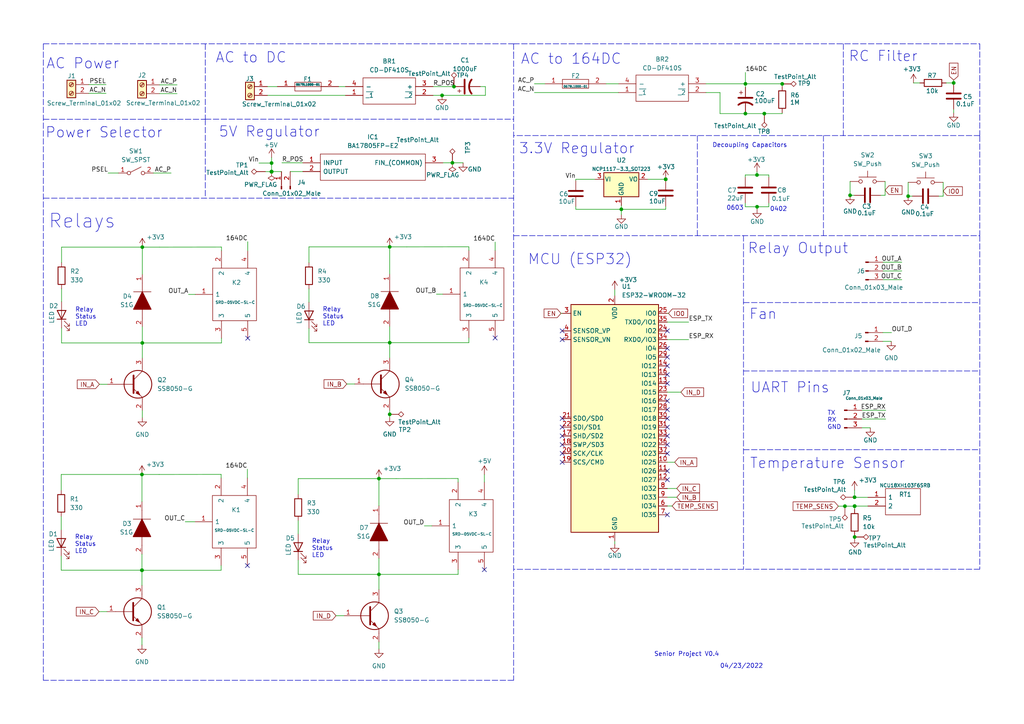
<source format=kicad_sch>
(kicad_sch (version 20211123) (generator eeschema)
  (paper "A4")
  (junction (at 193.0908 51.9938))
  (junction (at 41.1734 137.6172))
  (junction (at 41.1734 165.4048))
  (junction (at 216.2048 32.9438))
  (junction (at 216.2048 24.3078))
  (junction (at 41.1734 165.3794))
  (junction (at 180.213 60.706))
  (junction (at 113.03 120.1674))
  (junction (at 247.8532 144.2212))
  (junction (at 131.2164 47.2186))
  (junction (at 41.275 71.6788))
  (junction (at 131.6736 25.1206))
  (junction (at 226.8728 24.3332))
  (junction (at 128.2192 27.6606))
  (junction (at 193.0654 51.9938))
  (junction (at 219.583 59.9694))
  (junction (at 41.275 99.4664))
  (junction (at 221.6912 32.9438))
  (junction (at 219.5576 50.7492))
  (junction (at 78.7654 49.8348))
  (junction (at 109.9058 166.5986))
  (junction (at 109.9058 138.811))
  (junction (at 247.8786 146.7866))
  (junction (at 245.0592 146.812))
  (junction (at 78.7654 49.7586))
  (junction (at 246.5578 56.642))
  (junction (at 78.7654 47.2948))
  (junction (at 247.8786 146.812))
  (junction (at 78.7654 49.784))
  (junction (at 247.8786 155.7528))
  (junction (at 113.03 99.3902))
  (junction (at 276.606 24.0538))
  (junction (at 113.03 71.6026))
  (junction (at 263.398 56.896))
  (no_connect (at 193.548 111.2012))
  (no_connect (at 163.068 134.0612))
  (no_connect (at 193.548 121.3612))
  (no_connect (at 193.548 108.6612))
  (no_connect (at 193.548 149.3012))
  (no_connect (at 163.068 121.3612))
  (no_connect (at 163.068 126.4412))
  (no_connect (at 193.548 139.1412))
  (no_connect (at 193.548 106.1212))
  (no_connect (at 193.548 95.9612))
  (no_connect (at 163.068 95.9612))
  (no_connect (at 163.068 98.5012))
  (no_connect (at 193.548 128.9812))
  (no_connect (at 71.755 164.0332))
  (no_connect (at 163.068 128.9812))
  (no_connect (at 193.548 136.6012))
  (no_connect (at 163.068 123.9012))
  (no_connect (at 193.548 118.8212))
  (no_connect (at 71.8566 98.0948))
  (no_connect (at 193.548 101.0412))
  (no_connect (at 193.548 131.5212))
  (no_connect (at 193.548 123.9012))
  (no_connect (at 193.548 116.2812))
  (no_connect (at 140.4874 165.227))
  (no_connect (at 143.6116 98.0186))
  (no_connect (at 193.548 103.5812))
  (no_connect (at 193.548 126.4412))
  (no_connect (at 163.068 131.5212))
  (wire (pts (xy 276.606 31.6738) (xy 276.606 32.7152)))
  (wire (pts (xy 89.6112 99.3902) (xy 113.03 99.3902)))
  (wire (pts (xy 25.781 27.0764) (xy 30.7594 27.0764)))
  (polyline (pts (xy 148.971 68.3514) (xy 284.1752 68.3514)))
  (polyline (pts (xy 244.602 39.3192) (xy 244.5258 39.3192)))
  (wire (pts (xy 204.7748 26.8478) (xy 208.8388 26.8478)))
  (wire (pts (xy 264.6426 56.896) (xy 263.398 56.896)))
  (wire (pts (xy 226.8728 24.3332) (xy 226.8728 25.0698)))
  (wire (pts (xy 167.005 51.9938) (xy 172.593 51.9938)))
  (wire (pts (xy 187.833 51.9938) (xy 193.0654 51.9938)))
  (wire (pts (xy 222.9866 51.3334) (xy 222.9866 50.7492)))
  (wire (pts (xy 31.3436 50.1904) (xy 34.3408 50.1904)))
  (wire (pts (xy 140.7922 27.6606) (xy 128.2192 27.6606)))
  (wire (pts (xy 17.7546 137.6172) (xy 41.1734 137.6172)))
  (wire (pts (xy 247.8532 142.1638) (xy 247.8532 144.2212)))
  (wire (pts (xy 247.8532 144.2466) (xy 251.7394 144.2466)))
  (wire (pts (xy 140.4874 137.668) (xy 140.4874 139.827)))
  (polyline (pts (xy 12.573 197.3072) (xy 12.573 12.7)))
  (wire (pts (xy 41.1734 165.4048) (xy 41.1734 169.7736)))
  (wire (pts (xy 193.548 146.7612) (xy 194.945 146.7612)))
  (wire (pts (xy 263.398 52.8828) (xy 263.398 56.896)))
  (wire (pts (xy 86.487 151.003) (xy 86.487 154.8638)))
  (wire (pts (xy 193.548 90.8812) (xy 193.8782 90.8812)))
  (wire (pts (xy 113.03 118.999) (xy 113.03 120.1674)))
  (wire (pts (xy 131.2164 47.2186) (xy 134.3152 47.2186)))
  (wire (pts (xy 17.8562 95.123) (xy 17.8562 99.4664)))
  (wire (pts (xy 178.308 156.9212) (xy 178.308 157.7594)))
  (wire (pts (xy 208.8388 32.9438) (xy 216.2048 32.9438)))
  (wire (pts (xy 219.5576 49.8348) (xy 219.5576 50.7492)))
  (wire (pts (xy 178.308 84.0486) (xy 178.308 85.8012)))
  (polyline (pts (xy 284.1752 68.3514) (xy 284.1752 165.1)))
  (wire (pts (xy 221.6912 32.9438) (xy 226.8728 32.9438)))
  (wire (pts (xy 126.5682 85.3186) (xy 128.3716 85.3186)))
  (wire (pts (xy 78.7654 45.6946) (xy 78.7654 47.2948)))
  (wire (pts (xy 135.9916 71.5772) (xy 135.9916 72.6186)))
  (wire (pts (xy 193.548 113.7412) (xy 197.485 113.7412)))
  (wire (pts (xy 71.8566 70.104) (xy 71.8566 72.6948)))
  (wire (pts (xy 41.1734 185.0136) (xy 41.1734 187.0456)))
  (wire (pts (xy 193.548 141.6812) (xy 196.2912 141.6812)))
  (wire (pts (xy 162.7124 90.8812) (xy 163.068 90.8812)))
  (wire (pts (xy 243.1542 146.812) (xy 245.0592 146.812)))
  (wire (pts (xy 216.2048 24.3078) (xy 226.8728 24.3078)))
  (wire (pts (xy 219.583 59.9694) (xy 219.583 60.6552)))
  (wire (pts (xy 175.8188 24.3078) (xy 179.3748 24.3078)))
  (wire (pts (xy 118.0084 71.6026) (xy 113.03 71.6026)))
  (wire (pts (xy 131.6736 25.1206) (xy 131.699 25.1206)))
  (wire (pts (xy 226.8728 24.3078) (xy 226.8728 24.3332)))
  (wire (pts (xy 53.721 151.3332) (xy 56.515 151.3332)))
  (wire (pts (xy 41.1734 165.3794) (xy 41.1734 165.4048)))
  (polyline (pts (xy 215.646 87.757) (xy 284.1752 87.757)))
  (wire (pts (xy 86.487 162.4838) (xy 86.487 166.5986)))
  (wire (pts (xy 89.6112 83.7946) (xy 89.6112 87.6554)))
  (wire (pts (xy 84.1756 49.7586) (xy 87.8332 49.7586)))
  (wire (pts (xy 114.8842 138.811) (xy 132.8674 138.7856)))
  (wire (pts (xy 75.1078 47.2948) (xy 78.7654 47.2948)))
  (wire (pts (xy 41.275 99.4664) (xy 64.2366 99.4664)))
  (wire (pts (xy 219.583 59.9694) (xy 222.9866 59.9694)))
  (wire (pts (xy 41.1734 165.4048) (xy 64.135 165.4048)))
  (polyline (pts (xy 238.8362 68.3514) (xy 238.887 68.3514)))
  (wire (pts (xy 17.7546 165.3794) (xy 41.1734 165.3794)))
  (polyline (pts (xy 148.971 15.367) (xy 148.971 197.3072)))
  (wire (pts (xy 247.8532 144.2212) (xy 247.8532 144.2466)))
  (wire (pts (xy 17.7546 149.8092) (xy 17.7546 153.67)))
  (wire (pts (xy 216.154 50.7492) (xy 216.154 51.3588)))
  (wire (pts (xy 125.603 25.1206) (xy 131.6736 25.1206)))
  (wire (pts (xy 17.8562 99.4664) (xy 41.275 99.4664)))
  (wire (pts (xy 76.9874 49.784) (xy 78.7654 49.784)))
  (wire (pts (xy 17.8562 71.6788) (xy 41.275 71.6788)))
  (wire (pts (xy 89.6112 71.6026) (xy 89.6112 76.1746)))
  (polyline (pts (xy 148.971 12.7) (xy 284.1752 12.7)))
  (wire (pts (xy 247.8786 146.812) (xy 247.8786 146.7866)))
  (wire (pts (xy 86.487 138.811) (xy 86.487 143.383)))
  (wire (pts (xy 41.275 119.0752) (xy 41.275 121.1072)))
  (wire (pts (xy 86.487 166.5986) (xy 109.9058 166.5986)))
  (wire (pts (xy 41.1734 160.7312) (xy 41.1734 165.3794)))
  (wire (pts (xy 208.8388 26.8478) (xy 208.8388 32.9438)))
  (wire (pts (xy 274.4216 24.0538) (xy 276.606 24.0538)))
  (wire (pts (xy 249.9614 118.999) (xy 256.921 118.999)))
  (wire (pts (xy 54.6608 85.3948) (xy 56.6166 85.3948)))
  (wire (pts (xy 143.6116 70.2056) (xy 143.6116 72.6186)))
  (wire (pts (xy 44.5008 50.1904) (xy 49.6316 50.1904)))
  (polyline (pts (xy 284.1752 39.3192) (xy 148.971 39.3192)))
  (wire (pts (xy 46.2788 24.6126) (xy 51.3588 24.6126)))
  (wire (pts (xy 216.154 59.9694) (xy 219.583 59.9694)))
  (wire (pts (xy 247.8786 146.7866) (xy 251.7394 146.7866)))
  (polyline (pts (xy 202.2602 39.3446) (xy 202.2602 68.3514)))
  (wire (pts (xy 193.0654 51.9938) (xy 193.0908 51.9938)))
  (wire (pts (xy 167.005 59.944) (xy 167.005 60.706)))
  (wire (pts (xy 256.7178 52.6288) (xy 256.7178 56.642)))
  (wire (pts (xy 46.1518 137.6172) (xy 64.135 137.5918)))
  (wire (pts (xy 276.606 23.2156) (xy 276.606 24.0538)))
  (wire (pts (xy 256.1336 81.1276) (xy 261.5692 81.1276)))
  (wire (pts (xy 78.7654 49.784) (xy 78.7654 49.8348)))
  (wire (pts (xy 222.9866 50.7492) (xy 219.5576 50.7492)))
  (wire (pts (xy 17.7546 161.29) (xy 17.7546 165.3794)))
  (polyline (pts (xy 12.573 34.5948) (xy 59.5376 34.5948)))
  (polyline (pts (xy 215.646 107.5944) (xy 284.1752 107.5944)))
  (wire (pts (xy 128.4732 47.2186) (xy 131.2164 47.2186)))
  (wire (pts (xy 77.5716 27.6606) (xy 100.203 27.6606)))
  (wire (pts (xy 41.275 94.7928) (xy 41.275 99.4664)))
  (wire (pts (xy 78.7654 49.7586) (xy 81.6356 49.7586)))
  (wire (pts (xy 245.0592 146.812) (xy 247.8786 146.812)))
  (wire (pts (xy 113.03 71.6026) (xy 113.03 79.4766)))
  (wire (pts (xy 41.275 71.6788) (xy 41.275 79.5528)))
  (wire (pts (xy 17.7546 137.6172) (xy 17.7546 142.1892)))
  (wire (pts (xy 109.9058 166.5986) (xy 132.8674 166.5986)))
  (wire (pts (xy 114.8842 138.811) (xy 109.9058 138.811)))
  (wire (pts (xy 86.487 138.811) (xy 109.9058 138.811)))
  (wire (pts (xy 256.0574 96.4692) (xy 258.5974 96.4692)))
  (wire (pts (xy 180.213 60.706) (xy 193.0908 60.706)))
  (wire (pts (xy 28.7274 177.3936) (xy 31.0134 177.3936)))
  (polyline (pts (xy 59.5376 12.7254) (xy 59.5376 34.5694)))
  (wire (pts (xy 193.548 134.0612) (xy 195.6816 134.0612)))
  (wire (pts (xy 247.8786 155.7528) (xy 247.8786 156.21)))
  (wire (pts (xy 64.2366 71.6534) (xy 64.2366 72.6948)))
  (wire (pts (xy 41.275 99.4664) (xy 41.275 103.8352)))
  (wire (pts (xy 118.0084 71.6026) (xy 135.9916 71.5772)))
  (wire (pts (xy 81.7626 47.2186) (xy 87.8332 47.2186)))
  (wire (pts (xy 193.548 144.2212) (xy 196.2912 144.2212)))
  (wire (pts (xy 97.4598 178.5874) (xy 99.7458 178.5874)))
  (wire (pts (xy 204.7748 24.3078) (xy 216.2048 24.3078)))
  (wire (pts (xy 193.548 98.5012) (xy 199.7456 98.5012)))
  (wire (pts (xy 247.8786 147.701) (xy 247.8786 146.812)))
  (wire (pts (xy 256.1336 76.0476) (xy 261.5692 76.0476)))
  (wire (pts (xy 28.829 111.4552) (xy 31.115 111.4552)))
  (wire (pts (xy 132.8674 138.7856) (xy 132.8674 139.827)))
  (wire (pts (xy 154.9908 24.3078) (xy 158.0388 24.3078)))
  (polyline (pts (xy 215.646 164.3634) (xy 215.646 165.1254)))
  (wire (pts (xy 256.0574 99.0092) (xy 258.4958 99.0092)))
  (wire (pts (xy 128.2192 27.6606) (xy 125.603 27.6606)))
  (wire (pts (xy 193.0908 60.706) (xy 193.0908 59.817)))
  (polyline (pts (xy 12.573 12.7) (xy 148.971 12.7)))
  (wire (pts (xy 249.9614 121.539) (xy 256.8956 121.539)))
  (wire (pts (xy 139.319 25.1206) (xy 140.7922 25.1206)))
  (wire (pts (xy 64.2366 98.0948) (xy 64.2366 99.4664)))
  (wire (pts (xy 113.03 94.7166) (xy 113.03 99.3902)))
  (polyline (pts (xy 148.971 197.3072) (xy 12.573 197.3072)))
  (wire (pts (xy 41.1734 137.6172) (xy 41.1734 145.4912)))
  (wire (pts (xy 46.2534 71.6788) (xy 64.2366 71.6534)))
  (wire (pts (xy 113.03 99.3902) (xy 135.9916 99.3902)))
  (polyline (pts (xy 59.5376 34.5948) (xy 59.5376 57.4548)))
  (wire (pts (xy 273.558 52.8828) (xy 273.558 56.896)))
  (wire (pts (xy 113.03 120.1674) (xy 113.03 121.031)))
  (wire (pts (xy 64.135 164.0332) (xy 64.135 165.4048)))
  (wire (pts (xy 140.7922 25.1206) (xy 140.7922 27.6606)))
  (wire (pts (xy 17.8562 83.7692) (xy 17.8562 87.503)))
  (wire (pts (xy 89.6112 95.2754) (xy 89.6112 99.3902)))
  (polyline (pts (xy 202.2602 68.3514) (xy 202.3618 68.3514)))
  (polyline (pts (xy 12.6238 57.4802) (xy 148.971 57.4802)))
  (wire (pts (xy 109.9058 138.811) (xy 109.9058 146.685)))
  (wire (pts (xy 180.213 59.6138) (xy 180.213 60.706)))
  (wire (pts (xy 78.7654 47.2948) (xy 78.7654 49.7586)))
  (wire (pts (xy 64.135 137.5918) (xy 64.135 138.6332)))
  (wire (pts (xy 78.7654 49.7586) (xy 78.7654 49.784)))
  (wire (pts (xy 247.8786 155.321) (xy 247.8786 155.7528)))
  (wire (pts (xy 71.755 136.0678) (xy 71.755 138.6332)))
  (wire (pts (xy 246.5578 52.6288) (xy 246.5578 56.642)))
  (polyline (pts (xy 284.1752 165.1) (xy 215.646 165.1)))
  (polyline (pts (xy 244.602 12.7) (xy 244.602 39.3192)))
  (wire (pts (xy 154.9908 26.8478) (xy 179.3748 26.8478)))
  (wire (pts (xy 167.005 60.706) (xy 180.213 60.706)))
  (wire (pts (xy 46.2788 27.1526) (xy 51.3588 27.1526)))
  (polyline (pts (xy 284.1752 39.4208) (xy 284.1752 68.3514)))
  (wire (pts (xy 167.005 51.9938) (xy 167.005 52.324)))
  (wire (pts (xy 249.9614 124.079) (xy 252.4252 124.079)))
  (polyline (pts (xy 215.646 68.326) (xy 215.646 164.3634)))
  (polyline (pts (xy 215.646 130.429) (xy 284.1752 130.429)))
  (wire (pts (xy 109.9058 186.2074) (xy 109.9058 188.2394)))
  (polyline (pts (xy 215.646 165.1254) (xy 148.9964 165.1254)))
  (wire (pts (xy 216.154 58.9788) (xy 216.154 59.9694)))
  (polyline (pts (xy 148.971 12.7) (xy 148.971 15.4178)))
  (wire (pts (xy 216.2048 32.9438) (xy 221.6912 32.9438)))
  (wire (pts (xy 222.9866 58.9534) (xy 222.9866 59.9694)))
  (wire (pts (xy 256.7178 56.642) (xy 255.4224 56.642)))
  (wire (pts (xy 98.2218 25.1206) (xy 100.203 25.1206)))
  (wire (pts (xy 216.2048 21.0058) (xy 216.2048 24.3078)))
  (wire (pts (xy 180.213 60.706) (xy 180.213 62.23)))
  (wire (pts (xy 25.781 24.5364) (xy 30.7594 24.5364)))
  (wire (pts (xy 89.6112 71.6026) (xy 113.03 71.6026)))
  (wire (pts (xy 46.2534 71.6788) (xy 41.275 71.6788)))
  (polyline (pts (xy 59.5376 34.5694) (xy 148.9456 34.5694)))
  (polyline (pts (xy 238.8362 39.3192) (xy 238.8362 68.3514)))
  (wire (pts (xy 193.0908 51.9938) (xy 193.0908 52.197)))
  (wire (pts (xy 219.5576 50.7492) (xy 216.154 50.7492)))
  (wire (pts (xy 247.8024 56.642) (xy 246.5578 56.642)))
  (wire (pts (xy 256.1336 78.5876) (xy 261.5692 78.5876)))
  (wire (pts (xy 109.9058 161.925) (xy 109.9058 166.5986)))
  (polyline (pts (xy 284.1752 12.7) (xy 284.1752 39.3192)))
  (wire (pts (xy 113.03 99.3902) (xy 113.03 103.759)))
  (wire (pts (xy 193.548 93.4212) (xy 199.7456 93.4212)))
  (wire (pts (xy 100.584 111.379) (xy 102.87 111.379)))
  (wire (pts (xy 77.5716 25.1206) (xy 80.4418 25.1206)))
  (wire (pts (xy 273.558 56.896) (xy 272.2626 56.896)))
  (wire (pts (xy 109.9058 166.5986) (xy 109.9058 170.9674)))
  (wire (pts (xy 46.1518 137.6172) (xy 41.1734 137.6172)))
  (wire (pts (xy 216.2048 24.3078) (xy 216.2048 25.3238)))
  (wire (pts (xy 226.8728 32.9438) (xy 226.8728 32.6898)))
  (wire (pts (xy 123.063 152.527) (xy 125.2474 152.527)))
  (wire (pts (xy 132.8674 165.227) (xy 132.8674 166.5986)))
  (wire (pts (xy 135.9916 98.0186) (xy 135.9916 99.3902)))
  (wire (pts (xy 264.9474 24.0538) (xy 266.8016 24.0538)))
  (wire (pts (xy 17.8562 71.6788) (xy 17.8562 76.1492)))
  (text "Power Selector\n" (at 13.081 40.3352 0) (effects (font (size 3 3)) (justify left bottom)))
  (text "AC Power\n" (at 13.335 20.32 0) (effects (font (size 3 3)) (justify left bottom)))
  (text "Fan\n" (at 217.2208 93.0148 0) (effects (font (size 3 3)) (justify left bottom)))
  (text "Relay\nStatus\nLED\n" (at 21.6916 160.7058 0) (effects (font (size 1.27 1.27)) (justify left bottom)))
  (text "Relays" (at 13.9954 66.5988 0) (effects (font (size 4 4)) (justify left bottom)))
  (text "Relay\nStatus\nLED\n" (at 93.5482 94.6912 0) (effects (font (size 1.27 1.27)) (justify left bottom)))
  (text "04/23/2022\n" (at 208.8134 194.0306 0) (effects (font (size 1.27 1.27)) (justify left bottom)))
  (text "Decoupling Capacitors\n\n" (at 206.6036 45.0088 0) (effects (font (size 1.27 1.27)) (justify left bottom)))
  (text "0603" (at 210.6676 61.1632 0) (effects (font (size 1.27 1.27)) (justify left bottom)))
  (text "RC Filter\n" (at 246.0752 18.2118 0) (effects (font (size 3 3)) (justify left bottom)))
  (text "Senior Project V0.4" (at 189.6872 190.5762 0) (effects (font (size 1.27 1.27)) (justify left bottom)))
  (text "AC to DC\n" (at 62.4332 18.5928 0) (effects (font (size 3 3)) (justify left bottom)))
  (text "Relay\nStatus\nLED\n" (at 90.424 161.8996 0) (effects (font (size 1.27 1.27)) (justify left bottom)))
  (text "Temperature Sensor\n" (at 217.424 136.2456 0) (effects (font (size 3 3)) (justify left bottom)))
  (text "3.3V Regulator\n" (at 150.4188 44.958 0) (effects (font (size 3 3)) (justify left bottom)))
  (text "0402\n" (at 223.2914 61.4934 0) (effects (font (size 1.27 1.27)) (justify left bottom)))
  (text "Relay Output\n" (at 216.789 73.914 0) (effects (font (size 3 3)) (justify left bottom)))
  (text "TX\nRX\nGND" (at 239.9538 124.7394 0) (effects (font (size 1.27 1.27)) (justify left bottom)))
  (text "5V Regulator\n" (at 63.373 40.1066 0) (effects (font (size 3 3)) (justify left bottom)))
  (text "UART Pins" (at 217.6018 114.3 0) (effects (font (size 3 3)) (justify left bottom)))
  (text "Relay\nStatus\nLED\n" (at 21.7932 94.7674 0) (effects (font (size 1.27 1.27)) (justify left bottom)))
  (text "MCU (ESP32)\n" (at 153.035 77.1144 0) (effects (font (size 3 3)) (justify left bottom)))
  (text "AC to 164DC\n\n" (at 150.9776 23.8252 0) (effects (font (size 3 3)) (justify left bottom)))
  (label "ESP_RX" (at 199.7456 98.5012 0))
  (label "R_POS" (at 81.7626 47.2186 0))
  (label "AC_N" (at 154.9908 26.8478 180))
  (label "AC_P" (at 49.6316 50.1904 180))
  (label "ESP_TX" (at 199.7456 93.4212 0))
  (label "Vin" (at 75.1078 47.2948 180))
  (label "AC_P" (at 51.3588 24.6126 180))
  (label "OUT_B" (at 261.5692 78.5876 180))
  (label "164DC" (at 216.2048 21.0058 0))
  (label "AC_P" (at 154.9908 24.3078 180))
  (label "PSEL" (at 31.3436 50.1904 180))
  (label "OUT_A" (at 54.6608 85.3948 180))
  (label "OUT_B" (at 126.5682 85.3186 180))
  (label "164DC" (at 143.6116 70.2056 180))
  (label "AC_N" (at 51.3588 27.1526 180))
  (label "ESP_TX" (at 256.8956 121.539 180))
  (label "OUT_D" (at 258.5974 96.4692 0))
  (label "164DC" (at 71.8566 70.104 180))
  (label "164DC" (at 71.755 136.0678 180))
  (label "AC_N" (at 30.7594 27.0764 180))
  (label "ESP_RX" (at 256.921 118.999 180))
  (label "OUT_D" (at 123.063 152.527 180))
  (label "OUT_C" (at 261.5692 81.1276 180))
  (label "PSEL" (at 30.7594 24.5364 180))
  (label "R_POS" (at 125.6284 25.1206 0))
  (label "Vin" (at 167.005 52.0192 180))
  (label "OUT_A" (at 261.5692 76.0476 180))
  (label "OUT_C" (at 53.721 151.3332 180))
  (global_label "IO0" (shape input) (at 273.558 55.4228 0) (property "Intersheet References" "${INTERSHEET_REFS}" (effects hide)))
  (global_label "TEMP_SENS" (shape input) (at 194.945 146.7612 0) (property "Intersheet References" "${INTERSHEET_REFS}" (effects hide)))
  (global_label "EN" (shape input) (at 162.7124 90.8812 180) (property "Intersheet References" "${INTERSHEET_REFS}" (effects hide)))
  (global_label "IN_B" (shape input) (at 196.2912 144.2212 0) (property "Intersheet References" "${INTERSHEET_REFS}" (effects hide)))
  (global_label "IN_A" (shape input) (at 195.6816 134.0612 0) (property "Intersheet References" "${INTERSHEET_REFS}" (effects hide)))
  (global_label "IN_A" (shape input) (at 28.829 111.4552 180) (property "Intersheet References" "${INTERSHEET_REFS}" (effects hide)))
  (global_label "IN_C" (shape input) (at 28.7274 177.3936 180) (property "Intersheet References" "${INTERSHEET_REFS}" (effects hide)))
  (global_label "EN" (shape input) (at 256.7178 55.1434 0) (property "Intersheet References" "${INTERSHEET_REFS}" (effects hide)))
  (global_label "IN_D" (shape input) (at 97.4598 178.5874 180) (property "Intersheet References" "${INTERSHEET_REFS}" (effects hide)))
  (global_label "IN_C" (shape input) (at 196.2912 141.6812 0) (property "Intersheet References" "${INTERSHEET_REFS}" (effects hide)))
  (global_label "EN" (shape input) (at 276.606 23.2156 90) (property "Intersheet References" "${INTERSHEET_REFS}" (effects hide)))
  (global_label "IO0" (shape input) (at 193.8782 90.8812 0) (property "Intersheet References" "${INTERSHEET_REFS}" (effects hide)))
  (global_label "IN_D" (shape input) (at 197.485 113.7412 0) (property "Intersheet References" "${INTERSHEET_REFS}" (effects hide)))
  (global_label "TEMP_SENS" (shape input) (at 243.1542 146.812 180) (property "Intersheet References" "${INTERSHEET_REFS}" (effects hide)))
  (global_label "IN_B" (shape input) (at 100.584 111.379 180) (property "Intersheet References" "${INTERSHEET_REFS}" (effects hide)))
  (symbol (lib_id "Device:C") (at 167.005 56.134 0) (unit 1)
    (property "Reference" "C6" (at 162.1282 56.261 0) (effects (justify left)))
    (property "Value" "10uF" (at 161.9758 58.42 0) (effects (justify left)))
    (property "Footprint" "Capacitor_SMD:C_0603_1608Metric" (effects hide))
  )
  (symbol (lib_id "Device:C") (at 276.606 27.8638 0) (unit 1)
    (property "Reference" "C5" (at 279.2984 28.067 0) (effects (justify left)))
    (property "Value" "0.1uF" (at 277.241 30.1498 0) (effects (justify left)))
    (property "Footprint" "Capacitor_SMD:C_0402_1005Metric" (effects hide))
  )
  (symbol (lib_id "Regulator_Linear:NCP1117-3.3_SOT223") (at 180.213 51.9938 0) (unit 1)
    (property "Reference" "U2" (at 180.213 46.482 0))
    (property "Value" "NCP1117-3.3_SOT223" (at 180.213 49.022 0) (effects (font (size 1 1))))
    (property "Footprint" "Package_TO_SOT_SMD:SOT-223-3_TabPin2" (effects hide))
    (property "Datasheet" "http://www.onsemi.com/pub_link/Collateral/NCP1117-D.PDF" (effects hide))
  )
  (symbol (lib_id "power:GND") (at 128.2192 27.6606 0) (unit 1)
    (property "Reference" "#PWR010" (effects hide))
    (property "Value" "GND" (at 128.2192 31.2674 0))
  )
  (symbol (lib_id "Device:R") (at 270.6116 24.0538 90) (unit 1)
    (property "Reference" "R7" (at 271.6784 21.9202 90) (effects (justify left)))
    (property "Value" "10k" (at 272.2118 26.3652 90) (effects (justify left)))
    (property "Footprint" "Resistor_SMD:R_0402_1005Metric" (effects hide))
  )
  (symbol (lib_id "power:GND") (at 247.8786 156.21 0) (unit 1)
    (property "Reference" "#PWR017" (effects hide))
    (property "Value" "GND" (at 248.0056 160.1724 0))
  )
  (symbol (lib_id "Connector:Conn_01x02_Male") (at 81.6356 54.8386 90) (unit 1)
    (property "Reference" "J4" (at 86.233 52.9335 90) (effects (justify right)))
    (property "Value" "Conn_01x02_Male" (at 76.073 56.1086 90) (effects (justify right)))
    (property "Footprint" "Connector_PinHeader_2.54mm:PinHeader_1x02_P2.54mm_Vertical" (effects hide))
  )
  (symbol (lib_id "S1G:S1G") (at 109.9058 146.685 270) (unit 1)
    (property "Reference" "D7" (at 104.2162 153.0604 90) (effects (justify left)))
    (property "Value" "S1G" (at 103.4542 155.5496 90) (effects (justify left)))
    (property "Footprint" "S1G:DIOM5227X250N" (effects hide))
    (property "Datasheet" "https://www.onsemi.com/pub/Collateral/S1M-D.pdf" (effects hide))
    (property "Description" "ON Semi 400V 1A, Diode, 2-Pin DO-214AC S1G" (effects hide))
    (property "Height" "2.5" (effects hide))
    (property "Manufacturer_Name" "onsemi" (effects hide))
    (property "Manufacturer_Part_Number" "S1G" (effects hide))
    (property "Mouser Part Number" "512-S1G" (effects hide))
    (property "Mouser Price/Stock" "https://www.mouser.co.uk/ProductDetail/ON-Semiconductor-Fairchild/S1G?qs=RJwZ8kJo1mjiLbqXClupXw%3D%3D" (effects hide))
    (property "Arrow Part Number" "S1G" (effects hide))
    (property "Arrow Price/Stock" "https://www.arrow.com/en/products/s1g/on-semiconductor?region=nac" (effects hide))
  )
  (symbol (lib_id "power:GND") (at 109.9058 188.2394 0) (unit 1)
    (property "Reference" "#PWR07" (effects hide))
    (property "Value" "GND" (at 109.9058 193.167 0))
  )
  (symbol (lib_id "Device:LED") (at 86.487 158.6738 90) (unit 1)
    (property "Reference" "D5" (at 82.8294 156.083 90) (effects (justify right)))
    (property "Value" "LED" (at 83.6422 157.5562 0) (effects (justify right)))
    (property "Footprint" "LED_SMD:LED_0805_2012Metric" (effects hide))
  )
  (symbol (lib_id "Device:C") (at 193.0908 56.007 0) (unit 1)
    (property "Reference" "C9" (at 188.1886 56.1594 0) (effects (justify left)))
    (property "Value" "10uF" (at 188.214 58.3692 0) (effects (justify left)))
    (property "Footprint" "Capacitor_SMD:C_0603_1608Metric" (effects hide))
  )
  (symbol (lib_id "power:GND") (at 41.275 121.1072 0) (unit 1)
    (property "Reference" "#PWR04" (effects hide))
    (property "Value" "GND" (at 41.275 126.0348 0))
  )
  (symbol (lib_id "Connector:TestPoint_Alt") (at 131.6736 25.1206 0) (unit 1)
    (property "Reference" "TP4" (at 134.1882 21.8186 0))
    (property "Value" "TestPoint_Alt" (at 124.4854 21.336 0))
    (property "Footprint" "TestPoint:TestPoint_Pad_1.5x1.5mm" (effects hide))
  )
  (symbol (lib_id "Device:R") (at 17.7546 145.9992 180) (unit 1)
    (property "Reference" "R1" (at 20.2438 144.7291 0) (effects (justify right)))
    (property "Value" "330" (at 20.2438 147.2691 0) (effects (justify right)))
    (property "Footprint" "Resistor_SMD:R_0402_1005Metric" (effects hide))
  )
  (symbol (lib_id "SS8050-G:SS8050-G") (at 31.115 111.4552 0) (unit 1)
    (property "Reference" "Q2" (at 45.593 110.1851 0) (effects (justify left)))
    (property "Value" "SS8050-G" (at 45.593 112.7251 0) (effects (justify left)))
    (property "Footprint" "SS8050:SOT95P240X115-3N" (effects hide))
    (property "Datasheet" "https://datasheet.datasheetarchive.com/originals/distributors/DKDS-12/229454.pdf" (effects hide))
    (property "Description" "Bipolar Transistors - BJT NPN TRANSISTOR 1.5A 40V" (effects hide))
    (property "Height" "1.15" (effects hide))
    (property "Manufacturer_Name" "Comchip Technology" (effects hide))
    (property "Manufacturer_Part_Number" "SS8050-G" (effects hide))
    (property "Mouser Part Number" "750-SS8050-G" (effects hide))
    (property "Mouser Price/Stock" "https://www.mouser.co.uk/ProductDetail/Comchip-Technology/SS8050-G?qs=LLUE9lz1YbcHg%252BWLMAtcrQ%3D%3D" (effects hide))
    (property "Arrow Part Number" "SS8050-G" (effects hide))
    (property "Arrow Price/Stock" "https://www.arrow.com/en/products/ss8050-g/comchip-technology?region=nac" (effects hide))
  )
  (symbol (lib_id "Connector:TestPoint_Alt") (at 113.03 120.1674 270) (unit 1)
    (property "Reference" "TP2" (at 117.4242 124.6378 90))
    (property "Value" "TestPoint_Alt" (at 121.6406 122.4026 90))
    (property "Footprint" "TestPoint:TestPoint_Pad_1.5x1.5mm" (effects hide))
  )
  (symbol (lib_id "Device:LED") (at 17.8562 91.313 90) (unit 1)
    (property "Reference" "D2" (at 14.1986 88.7222 90) (effects (justify right)))
    (property "Value" "LED" (at 15.0114 90.1954 0) (effects (justify right)))
    (property "Footprint" "LED_SMD:LED_0805_2012Metric" (effects hide))
  )
  (symbol (lib_id "Connector:TestPoint_Alt") (at 247.8532 144.2212 90) (unit 1)
    (property "Reference" "TP6" (at 243.459 139.7508 90))
    (property "Value" "TestPoint_Alt" (at 239.2426 141.986 90))
    (property "Footprint" "TestPoint:TestPoint_Pad_1.5x1.5mm" (effects hide))
  )
  (symbol (lib_id "S1G:S1G") (at 113.03 79.4766 270) (unit 1)
    (property "Reference" "D8" (at 107.3404 85.852 90) (effects (justify left)))
    (property "Value" "S1G" (at 106.5784 88.3412 90) (effects (justify left)))
    (property "Footprint" "S1G:DIOM5227X250N" (effects hide))
    (property "Datasheet" "https://www.onsemi.com/pub/Collateral/S1M-D.pdf" (effects hide))
    (property "Description" "ON Semi 400V 1A, Diode, 2-Pin DO-214AC S1G" (effects hide))
    (property "Height" "2.5" (effects hide))
    (property "Manufacturer_Name" "onsemi" (effects hide))
    (property "Manufacturer_Part_Number" "S1G" (effects hide))
    (property "Mouser Part Number" "512-S1G" (effects hide))
    (property "Mouser Price/Stock" "https://www.mouser.co.uk/ProductDetail/ON-Semiconductor-Fairchild/S1G?qs=RJwZ8kJo1mjiLbqXClupXw%3D%3D" (effects hide))
    (property "Arrow Part Number" "S1G" (effects hide))
    (property "Arrow Price/Stock" "https://www.arrow.com/en/products/s1g/on-semiconductor?region=nac" (effects hide))
  )
  (symbol (lib_id "NCU18XH103F6SRB:NCU18XH103F6SRB") (at 251.7394 144.2466 0) (unit 1)
    (property "Reference" "RT1" (at 260.731 143.4084 0) (effects (justify left)))
    (property "Value" "NCU18XH103F6SRB" (at 255.1176 140.7922 0) (effects (font (size 1 1)) (justify left)))
    (property "Footprint" "NCU18XH103F6SRB:THRMC1608X95N" (effects hide))
    (property "Datasheet" "https://componentsearchengine.com/Datasheets/2/NCU18XH103F6SRB.pdf" (effects hide))
    (property "Description" "MURATA - NCU18XH103F6SRB - NTC THERMISTOR, 10K, 0603, AUTOMOTIVE" (effects hide))
    (property "Height" "0.95" (effects hide))
    (property "Manufacturer_Name" "Murata Electronics" (effects hide))
    (property "Manufacturer_Part_Number" "NCU18XH103F6SRB" (effects hide))
    (property "Mouser Part Number" "81-NCU18XH103F6SRB" (effects hide))
    (property "Mouser Price/Stock" "https://www.mouser.co.uk/ProductDetail/Murata-Electronics/NCU18XH103F6SRB?qs=5aG0NVq1C4zjdaMy52rohg%3D%3D" (effects hide))
    (property "Arrow Part Number" "NCU18XH103F6SRB" (effects hide))
    (property "Arrow Price/Stock" "https://www.arrow.com/en/products/ncu18xh103f6srb/murata-manufacturing?region=nac" (effects hide))
  )
  (symbol (lib_id "Connector:TestPoint_Alt") (at 245.0592 146.812 180) (unit 1)
    (property "Reference" "TP5" (at 242.2906 150.5712 0))
    (property "Value" "TestPoint_Alt" (at 238.5822 152.5778 0))
    (property "Footprint" "TestPoint:TestPoint_Pad_1.5x1.5mm" (effects hide))
  )
  (symbol (lib_id "power:+3.3V") (at 247.8532 142.1638 0) (unit 1)
    (property "Reference" "#PWR016" (effects hide))
    (property "Value" "+3.3V" (at 251.6886 139.2682 0))
  )
  (symbol (lib_id "power:GND") (at 252.4252 124.079 0) (unit 1)
    (property "Reference" "#PWR027" (effects hide))
    (property "Value" "GND" (at 252.4506 127.6604 0))
  )
  (symbol (lib_id "power:+3.3V") (at 41.1734 137.6172 0) (unit 1)
    (property "Reference" "#PWR01" (effects hide))
    (property "Value" "+3.3V" (at 45.0088 134.7216 0))
  )
  (symbol (lib_id "Connector:TestPoint_Alt") (at 247.8786 155.7528 270) (unit 1)
    (property "Reference" "TP7" (at 253.6698 156.083 90))
    (property "Value" "TestPoint_Alt" (at 256.5654 158.115 90))
    (property "Footprint" "TestPoint:TestPoint_Pad_1.5x1.5mm" (effects hide))
  )
  (symbol (lib_id "S1G:S1G") (at 41.275 79.5528 270) (unit 1)
    (property "Reference" "D4" (at 35.5854 85.9282 90) (effects (justify left)))
    (property "Value" "S1G" (at 34.8234 88.4174 90) (effects (justify left)))
    (property "Footprint" "S1G:DIOM5227X250N" (effects hide))
    (property "Datasheet" "https://www.onsemi.com/pub/Collateral/S1M-D.pdf" (effects hide))
    (property "Description" "ON Semi 400V 1A, Diode, 2-Pin DO-214AC S1G" (effects hide))
    (property "Height" "2.5" (effects hide))
    (property "Manufacturer_Name" "onsemi" (effects hide))
    (property "Manufacturer_Part_Number" "S1G" (effects hide))
    (property "Mouser Part Number" "512-S1G" (effects hide))
    (property "Mouser Price/Stock" "https://www.mouser.co.uk/ProductDetail/ON-Semiconductor-Fairchild/S1G?qs=RJwZ8kJo1mjiLbqXClupXw%3D%3D" (effects hide))
    (property "Arrow Part Number" "S1G" (effects hide))
    (property "Arrow Price/Stock" "https://www.arrow.com/en/products/s1g/on-semiconductor?region=nac" (effects hide))
  )
  (symbol (lib_id "Connector:Conn_01x03_Male") (at 251.0536 78.5876 0) (unit 1)
    (property "Reference" "J6" (at 249.682 78.613 0))
    (property "Value" "Conn_01x03_Male" (at 253.4412 83.3628 0))
    (property "Footprint" "Connector_PinHeader_2.54mm:PinHeader_1x03_P2.54mm_Horizontal" (effects hide))
  )
  (symbol (lib_id "power:PWR_FLAG") (at 131.2164 47.2186 180) (unit 1)
    (property "Reference" "#FLG0101" (effects hide))
    (property "Value" "PWR_FLAG" (at 128.4224 50.7492 0))
  )
  (symbol (lib_id "power:+5V") (at 78.7654 45.6946 0) (unit 1)
    (property "Reference" "#PWR05" (effects hide))
    (property "Value" "+5V" (at 78.5622 42.0624 0))
  )
  (symbol (lib_id "Device:C_Polarized_US") (at 216.2048 29.1338 0) (unit 1)
    (property "Reference" "C2" (at 219.1512 27.2542 0) (effects (justify left)))
    (property "Value" "100uF" (at 218.7702 29.2354 0) (effects (justify left)))
    (property "Footprint" "Capacitor_THT:C_Radial_D16.0mm_H25.0mm_P7.50mm" (effects hide))
  )
  (symbol (lib_id "Connector:Conn_01x03_Male") (at 244.8814 121.539 0) (unit 1)
    (property "Reference" "J7" (at 245.5164 113.9698 0))
    (property "Value" "Conn_01x03_Male" (at 250.6218 115.4938 0) (effects (font (size 0.8 0.8))))
    (property "Footprint" "Connector_PinHeader_2.54mm:PinHeader_1x03_P2.54mm_Vertical" (effects hide))
  )
  (symbol (lib_id "SRD-05VDC:SRD-05VDC-SL-C") (at 56.515 151.3332 0) (unit 1)
    (property "Reference" "K1" (at 67.1322 147.8788 0) (effects (justify left)))
    (property "Value" "SRD-05VDC-SL-C" (at 62.23 153.8224 0) (effects (font (size 0.8 0.8)) (justify left)))
    (property "Footprint" "SRD-05VDC:SRD" (effects hide))
    (property "Datasheet" "http://files.microjpm.webnode.com/200001010-dda41de9e1/Songle%20Relay%20Datasheet.pdf" (effects hide))
    (property "Description" "Relay" (effects hide))
    (property "Manufacturer_Name" "Songle Relay" (effects hide))
    (property "Manufacturer_Part_Number" "SRD-05VDC-SL-C" (effects hide))
  )
  (symbol (lib_id "SS8050-G:SS8050-G") (at 99.7458 178.5874 0) (unit 1)
    (property "Reference" "Q3" (at 114.2238 177.3173 0) (effects (justify left)))
    (property "Value" "SS8050-G" (at 114.2238 179.8573 0) (effects (justify left)))
    (property "Footprint" "SS8050:SOT95P240X115-3N" (effects hide))
    (property "Datasheet" "https://datasheet.datasheetarchive.com/originals/distributors/DKDS-12/229454.pdf" (effects hide))
    (property "Description" "Bipolar Transistors - BJT NPN TRANSISTOR 1.5A 40V" (effects hide))
    (property "Height" "1.15" (effects hide))
    (property "Manufacturer_Name" "Comchip Technology" (effects hide))
    (property "Manufacturer_Part_Number" "SS8050-G" (effects hide))
    (property "Mouser Part Number" "750-SS8050-G" (effects hide))
    (property "Mouser Price/Stock" "https://www.mouser.co.uk/ProductDetail/Comchip-Technology/SS8050-G?qs=LLUE9lz1YbcHg%252BWLMAtcrQ%3D%3D" (effects hide))
    (property "Arrow Part Number" "SS8050-G" (effects hide))
    (property "Arrow Price/Stock" "https://www.arrow.com/en/products/ss8050-g/comchip-technology?region=nac" (effects hide))
  )
  (symbol (lib_id "Switch:SW_SPST") (at 39.4208 50.1904 0) (unit 1)
    (property "Reference" "SW1" (at 39.4208 43.815 0))
    (property "Value" "SW_SPST" (at 39.4208 46.355 0))
    (property "Footprint" "Connector_Wire:SolderWire-0.75sqmm_1x02_P4.8mm_D1.25mm_OD2.3mm" (effects hide))
  )
  (symbol (lib_id "Connector:TestPoint_Alt") (at 221.6912 32.9438 180) (unit 1)
    (property "Reference" "TP8" (at 221.5896 38.1254 0))
    (property "Value" "TestPoint_Alt" (at 213.1822 36.4998 0))
    (property "Footprint" "TestPoint:TestPoint_Pad_1.5x1.5mm" (effects hide))
  )
  (symbol (lib_id "power:+3.3V") (at 41.275 71.6788 0) (unit 1)
    (property "Reference" "#PWR03" (effects hide))
    (property "Value" "+3.3V" (at 45.1104 68.7832 0))
  )
  (symbol (lib_id "power:+3.3V") (at 113.03 71.6026 0) (unit 1)
    (property "Reference" "#PWR08" (effects hide))
    (property "Value" "+3.3V" (at 116.8654 68.707 0))
  )
  (symbol (lib_id "power:+3.3V") (at 109.9058 138.811 0) (unit 1)
    (property "Reference" "#PWR06" (effects hide))
    (property "Value" "+3.3V" (at 113.7412 135.9154 0))
  )
  (symbol (lib_id "power:+3.3V") (at 264.9474 24.0538 0) (unit 1)
    (property "Reference" "#PWR023" (effects hide))
    (property "Value" "+3.3V" (at 264.4902 20.0152 0))
  )
  (symbol (lib_id "Connector:Screw_Terminal_01x02") (at 20.701 24.5364 0) (mirror y) (unit 1)
    (property "Reference" "J1" (at 20.7772 22.0218 0))
    (property "Value" "Screw_Terminal_01x02" (at 24.384 29.9212 0))
    (property "Footprint" "TerminalBlock_Phoenix:TerminalBlock_Phoenix_MKDS-1,5-2_1x02_P5.00mm_Horizontal" (effects hide))
  )
  (symbol (lib_id "power:GND") (at 246.5578 56.642 0) (unit 1)
    (property "Reference" "#PWR025" (effects hide))
    (property "Value" "GND" (at 246.5578 61.2902 0))
  )
  (symbol (lib_id "Connector:TestPoint_Alt") (at 131.2164 47.2186 0) (unit 1)
    (property "Reference" "TP3" (at 135.6868 42.8244 90))
    (property "Value" "TestPoint_Alt" (at 121.1326 40.5638 0))
    (property "Footprint" "TestPoint:TestPoint_Pad_1.5x1.5mm" (effects hide))
  )
  (symbol (lib_id "Device:C") (at 251.6124 56.642 90) (unit 1)
    (property "Reference" "C3" (at 252.7046 59.8678 90) (effects (justify left)))
    (property "Value" "0.1uF" (at 254.1016 61.7728 90) (effects (justify left)))
    (property "Footprint" "Capacitor_SMD:C_0402_1005Metric" (effects hide))
  )
  (symbol (lib_id "Connector:TestPoint_Alt") (at 226.8728 24.3332 270) (unit 1)
    (property "Reference" "TP9" (at 233.2736 24.1808 90))
    (property "Value" "TestPoint_Alt" (at 230.632 22.2504 90))
    (property "Footprint" "TestPoint:TestPoint_Pad_1.5x1.5mm" (effects hide))
  )
  (symbol (lib_id "Switch:SW_Push") (at 251.6378 52.6288 0) (unit 1)
    (property "Reference" "SW2" (at 251.6378 44.9834 0))
    (property "Value" "SW_Push" (at 251.6378 47.5234 0))
    (property "Footprint" "Button_Switch_THT:SW_PUSH_6mm" (effects hide))
  )
  (symbol (lib_id "power:GND") (at 134.3152 47.2186 0) (unit 1)
    (property "Reference" "#PWR011" (effects hide))
    (property "Value" "GND" (at 137.6934 49.0982 0))
  )
  (symbol (lib_id "Connector:Screw_Terminal_01x02") (at 41.1988 24.6126 0) (mirror y) (unit 1)
    (property "Reference" "J2" (at 41.1988 21.8186 0))
    (property "Value" "Screw_Terminal_01x02" (at 47.3456 29.8704 0))
    (property "Footprint" "TerminalBlock_Phoenix:TerminalBlock_Phoenix_MKDS-1,5-2_1x02_P5.00mm_Horizontal" (effects hide))
  )
  (symbol (lib_id "SRD-05VDC:SRD-05VDC-SL-C") (at 56.6166 85.3948 0) (unit 1)
    (property "Reference" "K2" (at 67.2338 81.9404 0) (effects (justify left)))
    (property "Value" "SRD-05VDC-SL-C" (at 62.4586 87.7062 0) (effects (font (size 0.8 0.8)) (justify left)))
    (property "Footprint" "SRD-05VDC:SRD" (effects hide))
    (property "Datasheet" "http://files.microjpm.webnode.com/200001010-dda41de9e1/Songle%20Relay%20Datasheet.pdf" (effects hide))
    (property "Description" "Relay" (effects hide))
    (property "Manufacturer_Name" "Songle Relay" (effects hide))
    (property "Manufacturer_Part_Number" "SRD-05VDC-SL-C" (effects hide))
  )
  (symbol (lib_id "power:+3.3V") (at 193.0908 51.9938 0) (unit 1)
    (property "Reference" "#PWR020" (effects hide))
    (property "Value" "+3.3V" (at 193.1416 48.387 0))
  )
  (symbol (lib_id "1A Fuse:0679L1000-01") (at 80.4418 25.1206 0) (unit 1)
    (property "Reference" "F1" (at 89.2302 22.987 0))
    (property "Value" "0679L1000-01" (at 89.3318 24.511 0) (effects (font (size 0.6 0.6))))
    (property "Footprint" "1A Fuse:FUSC6125X279N" (effects hide))
    (property "Datasheet" "https://belfuse.com/resources/datasheets/circuitprotection/ds-cp-0679l-series.pdf" (effects hide))
    (property "Description" "Fuse Chip Fast Acting 1A 125V Solder Pad SMD 2410 Ceramic T/R" (effects hide))
    (property "Height" "2.79" (effects hide))
    (property "Manufacturer_Name" "Bel Circuit Protection" (effects hide))
    (property "Manufacturer_Part_Number" "0679L1000-01" (effects hide))
    (property "Arrow Part Number" "0679L1000-01" (effects hide))
    (property "Arrow Price/Stock" "https://www.arrow.com/en/products/0679l1000-01/bel-group" (effects hide))
  )
  (symbol (lib_id "Device:LED") (at 17.7546 157.48 90) (unit 1)
    (property "Reference" "D1" (at 14.097 154.8892 90) (effects (justify right)))
    (property "Value" "LED" (at 14.9098 156.3624 0) (effects (justify right)))
    (property "Footprint" "LED_SMD:LED_0805_2012Metric" (effects hide))
  )
  (symbol (lib_id "power:GND") (at 41.1734 187.0456 0) (unit 1)
    (property "Reference" "#PWR02" (effects hide))
    (property "Value" "GND" (at 41.1734 191.9732 0))
  )
  (symbol (lib_id "power:GND") (at 178.308 157.7594 0) (unit 1)
    (property "Reference" "#PWR014" (effects hide))
    (property "Value" "GND" (at 178.2826 161.1376 0))
  )
  (symbol (lib_id "BA17805FP-E2:BA17805FP-E2") (at 87.8332 47.2186 0) (unit 1)
    (property "Reference" "IC1" (at 108.1532 39.7256 0))
    (property "Value" "BA17805FP-E2" (at 108.1532 42.2656 0))
    (property "Footprint" "BA17805FP-E2:ROHM_TO-252-3" (effects hide))
    (property "Datasheet" "http://rohmfs.rohm.com/jp/products/databook/datasheet/ic/power/linear_regulator/ba178_series-j.pdf" (effects hide))
    (property "Description" "Linear voltage regulator,BA17805FP-E2 5V" (effects hide))
    (property "Manufacturer_Name" "ROHM Semiconductor" (effects hide))
    (property "Manufacturer_Part_Number" "BA17805FP-E2" (effects hide))
    (property "Mouser Part Number" "755-BA17805FP-E2" (effects hide))
    (property "Mouser Price/Stock" "https://www.mouser.co.uk/ProductDetail/ROHM-Semiconductor/BA17805FP-E2?qs=4kLU8WoGk0vh%2FLEGsGtdVg%3D%3D" (effects hide))
  )
  (symbol (lib_id "RF_Module:ESP32-WROOM-32") (at 178.308 121.3612 0) (unit 1)
    (property "Reference" "U1" (at 180.3274 83.0834 0) (effects (justify left)))
    (property "Value" "ESP32-WROOM-32" (at 180.3274 85.6234 0) (effects (justify left)))
    (property "Footprint" "RF_Module:ESP32-WROOM-32" (effects hide))
    (property "Datasheet" "https://www.espressif.com/sites/default/files/documentation/esp32-wroom-32_datasheet_en.pdf" (effects hide))
  )
  (symbol (lib_id "power:PWR_FLAG") (at 78.7654 49.7586 180) (unit 1)
    (property "Reference" "#FLG0102" (effects hide))
    (property "Value" "PWR_FLAG" (at 75.5904 53.5432 0))
  )
  (symbol (lib_id "Connector:TestPoint_Alt") (at 76.9874 49.784 90) (unit 1)
    (property "Reference" "TP1" (at 70.2056 47.9044 90))
    (property "Value" "TestPoint_Alt" (at 65.9384 50.0634 90))
    (property "Footprint" "TestPoint:TestPoint_Pad_1.5x1.5mm" (effects hide))
  )
  (symbol (lib_id "power:GND") (at 180.213 62.23 0) (unit 1)
    (property "Reference" "#PWR019" (effects hide))
    (property "Value" "GND" (at 180.2384 65.7098 0))
  )
  (symbol (lib_id "power:+5V") (at 140.4874 137.668 0) (unit 1)
    (property "Reference" "#PWR012" (effects hide))
    (property "Value" "+5V" (at 140.4874 133.7056 0))
  )
  (symbol (lib_id "Device:C") (at 216.154 55.1688 0) (unit 1)
    (property "Reference" "C7" (at 210.9724 55.1942 0) (effects (justify left)))
    (property "Value" "22uF" (at 210.8962 57.4802 0) (effects (justify left)))
    (property "Footprint" "Capacitor_SMD:C_0603_1608Metric" (effects hide))
  )
  (symbol (lib_id "SS8050-G:SS8050-G") (at 31.0134 177.3936 0) (unit 1)
    (property "Reference" "Q1" (at 45.4914 176.1235 0) (effects (justify left)))
    (property "Value" "SS8050-G" (at 45.4914 178.6635 0) (effects (justify left)))
    (property "Footprint" "SS8050:SOT95P240X115-3N" (effects hide))
    (property "Datasheet" "https://datasheet.datasheetarchive.com/originals/distributors/DKDS-12/229454.pdf" (effects hide))
    (property "Description" "Bipolar Transistors - BJT NPN TRANSISTOR 1.5A 40V" (effects hide))
    (property "Height" "1.15" (effects hide))
    (property "Manufacturer_Name" "Comchip Technology" (effects hide))
    (property "Manufacturer_Part_Number" "SS8050-G" (effects hide))
    (property "Mouser Part Number" "750-SS8050-G" (effects hide))
    (property "Mouser Price/Stock" "https://www.mouser.co.uk/ProductDetail/Comchip-Technology/SS8050-G?qs=LLUE9lz1YbcHg%252BWLMAtcrQ%3D%3D" (effects hide))
    (property "Arrow Part Number" "SS8050-G" (effects hide))
    (property "Arrow Price/Stock" "https://www.arrow.com/en/products/ss8050-g/comchip-technology?region=nac" (effects hide))
  )
  (symbol (lib_id "Connector:Screw_Terminal_01x02") (at 72.4916 25.1206 0) (mirror y) (unit 1)
    (property "Reference" "J3" (at 72.4408 22.8346 0))
    (property "Value" "Screw_Terminal_01x02" (at 80.9752 30.2006 0))
    (property "Footprint" "TerminalBlock_Phoenix:TerminalBlock_Phoenix_MKDS-1,5-2_1x02_P5.00mm_Horizontal" (effects hide))
  )
  (symbol (lib_id "power:GND") (at 276.606 32.7152 0) (unit 1)
    (property "Reference" "#PWR024" (effects hide))
    (property "Value" "GND" (at 276.5806 36.3474 0))
  )
  (symbol (lib_id "1A Fuse:0679L1000-01") (at 158.0388 24.3078 0) (unit 1)
    (property "Reference" "F2" (at 166.9288 22.0218 0))
    (property "Value" "0679L1000-01" (at 166.9288 25.0698 0) (effects (font (size 0.6 0.6))))
    (property "Footprint" "1A Fuse:FUSC6125X279N" (effects hide))
    (property "Datasheet" "https://belfuse.com/resources/datasheets/circuitprotection/ds-cp-0679l-series.pdf" (effects hide))
    (property "Description" "Fuse Chip Fast Acting 1A 125V Solder Pad SMD 2410 Ceramic T/R" (effects hide))
    (property "Height" "2.79" (effects hide))
    (property "Manufacturer_Name" "Bel Circuit Protection" (effects hide))
    (property "Manufacturer_Part_Number" "0679L1000-01" (effects hide))
    (property "Arrow Part Number" "0679L1000-01" (effects hide))
    (property "Arrow Price/Stock" "https://www.arrow.com/en/products/0679l1000-01/bel-group" (effects hide))
  )
  (symbol (lib_id "Connector:Conn_01x02_Male") (at 250.9774 96.4692 0) (unit 1)
    (property "Reference" "J5" (at 248.9454 97.4344 0))
    (property "Value" "Conn_01x02_Male" (at 246.9896 101.5238 0))
    (property "Footprint" "Connector_PinHeader_2.54mm:PinHeader_1x02_P2.54mm_Vertical" (effects hide))
  )
  (symbol (lib_id "Device:LED") (at 89.6112 91.4654 90) (unit 1)
    (property "Reference" "D6" (at 85.9536 88.8746 90) (effects (justify right)))
    (property "Value" "LED" (at 86.7664 90.3478 0) (effects (justify right)))
    (property "Footprint" "LED_SMD:LED_0805_2012Metric" (effects hide))
  )
  (symbol (lib_id "power:GND") (at 219.583 60.6552 0) (unit 1)
    (property "Reference" "#PWR022" (effects hide))
    (property "Value" "GND" (at 219.6084 64.262 0))
  )
  (symbol (lib_id "SRD-05VDC:SRD-05VDC-SL-C") (at 128.3716 85.3186 0) (unit 1)
    (property "Reference" "K4" (at 138.9888 81.8642 0) (effects (justify left)))
    (property "Value" "SRD-05VDC-SL-C" (at 134.2898 88.5952 0) (effects (font (size 0.8 0.8)) (justify left)))
    (property "Footprint" "SRD-05VDC:SRD" (effects hide))
    (property "Datasheet" "http://files.microjpm.webnode.com/200001010-dda41de9e1/Songle%20Relay%20Datasheet.pdf" (effects hide))
    (property "Description" "Relay" (effects hide))
    (property "Manufacturer_Name" "Songle Relay" (effects hide))
    (property "Manufacturer_Part_Number" "SRD-05VDC-SL-C" (effects hide))
  )
  (symbol (lib_id "power:GND") (at 263.398 56.896 0) (unit 1)
    (property "Reference" "#PWR026" (effects hide))
    (property "Value" "GND" (at 263.398 61.5442 0))
  )
  (symbol (lib_id "Device:C_Polarized_US") (at 135.509 25.1206 90) (unit 1)
    (property "Reference" "C1" (at 134.874 17.4498 90))
    (property "Value" "1000uF" (at 134.874 19.9898 90))
    (property "Footprint" "Capacitor_THT:C_Radial_D10.0mm_H16.0mm_P5.00mm" (effects hide))
  )
  (symbol (lib_id "Device:C") (at 268.4526 56.896 90) (unit 1)
    (property "Reference" "C4" (at 269.5448 60.1218 90) (effects (justify left)))
    (property "Value" "0.1uF" (at 270.9418 62.0268 90) (effects (justify left)))
    (property "Footprint" "Capacitor_SMD:C_0402_1005Metric" (effects hide))
  )
  (symbol (lib_id "Device:R") (at 247.8786 151.511 0) (unit 1)
    (property "Reference" "R5" (at 250.1646 150.2409 0) (effects (justify left)))
    (property "Value" "10k" (at 250.1646 152.7809 0) (effects (justify left)))
    (property "Footprint" "Resistor_SMD:R_0402_1005Metric" (effects hide))
  )
  (symbol (lib_id "S1G:S1G") (at 41.1734 145.4912 270) (unit 1)
    (property "Reference" "D3" (at 35.4838 151.8666 90) (effects (justify left)))
    (property "Value" "S1G" (at 34.7218 154.3558 90) (effects (justify left)))
    (property "Footprint" "S1G:DIOM5227X250N" (effects hide))
    (property "Datasheet" "https://www.onsemi.com/pub/Collateral/S1M-D.pdf" (effects hide))
    (property "Description" "ON Semi 400V 1A, Diode, 2-Pin DO-214AC S1G" (effects hide))
    (property "Height" "2.5" (effects hide))
    (property "Manufacturer_Name" "onsemi" (effects hide))
    (property "Manufacturer_Part_Number" "S1G" (effects hide))
    (property "Mouser Part Number" "512-S1G" (effects hide))
    (property "Mouser Price/Stock" "https://www.mouser.co.uk/ProductDetail/ON-Semiconductor-Fairchild/S1G?qs=RJwZ8kJo1mjiLbqXClupXw%3D%3D" (effects hide))
    (property "Arrow Part Number" "S1G" (effects hide))
    (property "Arrow Price/Stock" "https://www.arrow.com/en/products/s1g/on-semiconductor?region=nac" (effects hide))
  )
  (symbol (lib_id "Device:R") (at 226.8728 28.8798 180) (unit 1)
    (property "Reference" "R6" (at 229.2096 27.6097 0) (effects (justify right)))
    (property "Value" "1M" (at 229.108 29.6926 0) (effects (justify right)))
    (property "Footprint" "Resistor_SMD:R_0603_1608Metric" (effects hide))
  )
  (symbol (lib_id "SS8050-G:SS8050-G") (at 102.87 111.379 0) (unit 1)
    (property "Reference" "Q4" (at 117.348 110.1089 0) (effects (justify left)))
    (property "Value" "SS8050-G" (at 117.348 112.6489 0) (effects (justify left)))
    (property "Footprint" "SS8050:SOT95P240X115-3N" (effects hide))
    (property "Datasheet" "https://datasheet.datasheetarchive.com/originals/distributors/DKDS-12/229454.pdf" (effects hide))
    (property "Description" "Bipolar Transistors - BJT NPN TRANSISTOR 1.5A 40V" (effects hide))
    (property "Height" "1.15" (effects hide))
    (property "Manufacturer_Name" "Comchip Technology" (effects hide))
    (property "Manufacturer_Part_Number" "SS8050-G" (effects hide))
    (property "Mouser Part Number" "750-SS8050-G" (effects hide))
    (property "Mouser Price/Stock" "https://www.mouser.co.uk/ProductDetail/Comchip-Technology/SS8050-G?qs=LLUE9lz1YbcHg%252BWLMAtcrQ%3D%3D" (effects hide))
    (property "Arrow Part Number" "SS8050-G" (effects hide))
    (property "Arrow Price/Stock" "https://www.arrow.com/en/products/ss8050-g/comchip-technology?region=nac" (effects hide))
  )
  (symbol (lib_id "CD-DF410S:CD-DF410S") (at 100.203 25.1206 0) (unit 1)
    (property "Reference" "BR1" (at 112.903 17.7546 0))
    (property "Value" "CD-DF410S" (at 112.903 20.2946 0))
    (property "Footprint" "CD-DF410S:CD-DF410S" (effects hide))
    (property "Datasheet" "https://datasheet.datasheetarchive.com/originals/distributors/DKDS-12/224653.pdf" (effects hide))
    (property "Description" "Bridge Rectifier 1000V 4A DFS-4" (effects hide))
    (property "Manufacturer_Name" "Bourns" (effects hide))
    (property "Manufacturer_Part_Number" "CD-DF410S" (effects hide))
    (property "Mouser Part Number" "652-CD-DF410S" (effects hide))
    (property "Mouser Price/Stock" "https://www.mouser.co.uk/ProductDetail/Bourns/CD-DF410S?qs=zwwtnr6GuIx1uolcN30laA%3D%3D" (effects hide))
    (property "Arrow Part Number" "CD-DF410S" (effects hide))
    (property "Arrow Price/Stock" "https://www.arrow.com/en/products/cd-df410s/bourns?region=nac" (effects hide))
  )
  (symbol (lib_id "Device:R") (at 89.6112 79.9846 180) (unit 1)
    (property "Reference" "R4" (at 92.1004 78.7145 0) (effects (justify right)))
    (property "Value" "330" (at 92.1004 81.2545 0) (effects (justify right)))
    (property "Footprint" "Resistor_SMD:R_0402_1005Metric" (effects hide))
  )
  (symbol (lib_id "power:GND") (at 113.03 121.031 0) (unit 1)
    (property "Reference" "#PWR09" (effects hide))
    (property "Value" "GND" (at 113.03 125.9586 0))
  )
  (symbol (lib_id "power:+3.3V") (at 219.5576 49.8348 0) (mirror y) (unit 1)
    (property "Reference" "#PWR021" (effects hide))
    (property "Value" "+3.3V" (at 219.329 46.2788 0))
  )
  (symbol (lib_id "power:+3.3V") (at 178.308 84.0486 0) (unit 1)
    (property "Reference" "#PWR015" (effects hide))
    (property "Value" "+3.3V" (at 182.1434 81.153 0))
  )
  (symbol (lib_id "Switch:SW_Push") (at 268.478 52.8828 0) (unit 1)
    (property "Reference" "SW3" (at 268.478 45.2374 0))
    (property "Value" "SW_Push" (at 268.478 47.7774 0))
    (property "Footprint" "Button_Switch_THT:SW_PUSH_6mm" (effects hide))
  )
  (symbol (lib_id "SRD-05VDC:SRD-05VDC-SL-C") (at 125.2474 152.527 0) (unit 1)
    (property "Reference" "K3" (at 135.8646 149.0726 0) (effects (justify left)))
    (property "Value" "SRD-05VDC-SL-C" (at 131.1402 154.9146 0) (effects (font (size 0.8 0.8)) (justify left)))
    (property "Footprint" "SRD-05VDC:SRD" (effects hide))
    (property "Datasheet" "http://files.microjpm.webnode.com/200001010-dda41de9e1/Songle%20Relay%20Datasheet.pdf" (effects hide))
    (property "Description" "Relay" (effects hide))
    (property "Manufacturer_Name" "Songle Relay" (effects hide))
    (property "Manufacturer_Part_Number" "SRD-05VDC-SL-C" (effects hide))
  )
  (symbol (lib_id "Device:R") (at 86.487 147.193 180) (unit 1)
    (property "Reference" "R3" (at 88.9762 145.9229 0) (effects (justify right)))
    (property "Value" "330" (at 88.9762 148.4629 0) (effects (justify right)))
    (property "Footprint" "Resistor_SMD:R_0402_1005Metric" (effects hide))
  )
  (symbol (lib_id "CD-DF410S:CD-DF410S") (at 179.3748 24.3078 0) (unit 1)
    (property "Reference" "BR2" (at 192.0748 17.1958 0))
    (property "Value" "CD-DF410S" (at 192.0748 19.7358 0))
    (property "Footprint" "CD-DF410S:CD-DF410S" (effects hide))
    (property "Datasheet" "https://datasheet.datasheetarchive.com/originals/distributors/DKDS-12/224653.pdf" (effects hide))
    (property "Description" "Bridge Rectifier 1000V 4A DFS-4" (effects hide))
    (property "Manufacturer_Name" "Bourns" (effects hide))
    (property "Manufacturer_Part_Number" "CD-DF410S" (effects hide))
    (property "Mouser Part Number" "652-CD-DF410S" (effects hide))
    (property "Mouser Price/Stock" "https://www.mouser.co.uk/ProductDetail/Bourns/CD-DF410S?qs=zwwtnr6GuIx1uolcN30laA%3D%3D" (effects hide))
    (property "Arrow Part Number" "CD-DF410S" (effects hide))
    (property "Arrow Price/Stock" "https://www.arrow.com/en/products/cd-df410s/bourns?region=nac" (effects hide))
  )
  (symbol (lib_id "Device:R") (at 17.8562 79.9592 180) (unit 1)
    (property "Reference" "R2" (at 20.3454 78.6891 0) (effects (justify right)))
    (property "Value" "330" (at 20.3454 81.2291 0) (effects (justify right)))
    (property "Footprint" "Resistor_SMD:R_0402_1005Metric" (effects hide))
  )
  (symbol (lib_id "power:GND") (at 258.4958 99.0092 0) (unit 1)
    (property "Reference" "#PWR018" (effects hide))
    (property "Value" "GND" (at 258.4958 103.8098 0))
  )
  (symbol (lib_id "Device:C") (at 222.9866 55.1434 0) (unit 1)
    (property "Reference" "C8" (at 225.425 55.1434 0) (effects (justify left)))
    (property "Value" "0.1uF" (at 223.774 57.6072 0) (effects (justify left)))
    (property "Footprint" "Capacitor_SMD:C_0402_1005Metric" (effects hide))
  )
)
</source>
